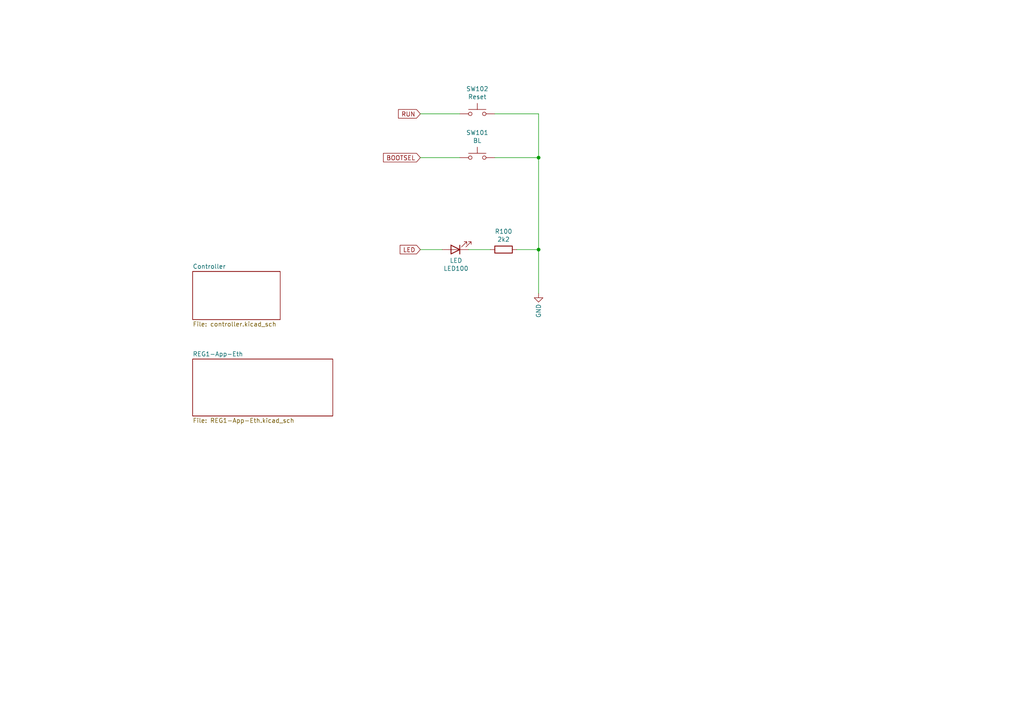
<source format=kicad_sch>
(kicad_sch (version 20231120) (generator "eeschema") (generator_version "8.0")
  (paper "A4")
  (title_block (title "REG1-IpController2040") (date "2023-11-13") (rev "V01.00") (company "OpenKNX") (comment 1 "by Ing-Dom <dom@ing-dom.de>") (comment 2 "OpenKNX Open Hardware under CC BY-NC-SA 4.0") (comment 3 "REG1-Controller with Ethernet connectivity") (comment 4 "https://OpenKNX.de"))
  (lib_symbols
    (symbol "Device:LED" (pin_numbers hide) (pin_names (offset 1.016) hide)
      (property "Reference" "D" (at 0 2.54 0))
      (property "Value" "LED" (at 0 -2.54 0))
      (symbol "LED_0_1"
        (polyline (pts (xy -1.27 -1.27) (xy -1.27 1.27)) (stroke (width 0.254)))
        (polyline (pts (xy -1.27 0) (xy 1.27 0)))
        (polyline (pts (xy 1.27 -1.27) (xy 1.27 1.27) (xy -1.27 0) (xy 1.27 -1.27)) (stroke (width 0.254)))
        (polyline (pts (xy -3.048 -0.762) (xy -4.572 -2.286) (xy -3.81 -2.286) (xy -4.572 -2.286) (xy -4.572 -1.524)))
        (polyline (pts (xy -1.778 -0.762) (xy -3.302 -2.286) (xy -2.54 -2.286) (xy -3.302 -2.286) (xy -3.302 -1.524)))
      )
      (symbol "LED_1_1"
        (pin passive line (at -3.81 0 0) (length 2.54) (name "K") (number "1"))
        (pin passive line (at 3.81 0 180) (length 2.54) (name "A") (number "2"))
      )
    )
    (symbol "Device:R" (pin_numbers hide) (pin_names (offset 0))
      (property "Reference" "R" (at 2.032 0 90))
      (property "Value" "R" (at 0 0 90))
      (symbol "R_0_1"
        (rectangle (start -1.016 -2.54) (end 1.016 2.54) (stroke (width 0.254)))
      )
      (symbol "R_1_1"
        (pin passive line (at 0 3.81 270) (length 1.27) (name "~") (number "1"))
        (pin passive line (at 0 -3.81 90) (length 1.27) (name "~") (number "2"))
      )
    )
    (symbol "Switch:SW_Push" (pin_numbers hide) (pin_names (offset 1.016) hide)
      (property "Reference" "SW" (at 1.27 2.54 0))
      (property "Value" "SW_Push" (at 0 -1.524 0))
      (symbol "SW_Push_0_1"
        (circle (center -2.032 0) (radius 0.508))
        (polyline (pts (xy 0 1.27) (xy 0 3.048)))
        (polyline (pts (xy 2.54 1.27) (xy -2.54 1.27)))
        (circle (center 2.032 0) (radius 0.508))
        (pin passive line (at -5.08 0 0) (length 2.54) (name "1") (number "1"))
        (pin passive line (at 5.08 0 180) (length 2.54) (name "2") (number "2"))
      )
    )
    (symbol "power:GND" (power) (pin_names (offset 0))
      (property "Value" "GND" (at 0 -3.81 0))
      (symbol "GND_0_1"
        (polyline (pts (xy 0 0) (xy 0 -1.27) (xy 1.27 -1.27) (xy 0 -2.54) (xy -1.27 -1.27) (xy 0 -1.27)))
      )
      (symbol "GND_1_1"
        (pin power_in line (at 0 0 270) (length 0) hide (name "GND") (number "1"))
      )
    )
  )
  (junction (at 156.21 45.72))
  (junction (at 156.21 72.39))
  (wire (pts (xy 142.24 72.39) (xy 135.89 72.39)))
  (wire (pts (xy 156.21 45.72) (xy 156.21 72.39)))
  (wire (pts (xy 156.21 72.39) (xy 156.21 85.09)))
  (wire (pts (xy 143.51 45.72) (xy 156.21 45.72)))
  (wire (pts (xy 121.92 72.39) (xy 128.27 72.39)))
  (wire (pts (xy 143.51 33.02) (xy 156.21 33.02)))
  (wire (pts (xy 156.21 33.02) (xy 156.21 45.72)))
  (wire (pts (xy 156.21 72.39) (xy 149.86 72.39)))
  (wire (pts (xy 121.92 33.02) (xy 133.35 33.02)))
  (wire (pts (xy 121.92 45.72) (xy 133.35 45.72)))
  (global_label "RUN" (shape input) (at 121.92 33.02 180) (property "Intersheetrefs" "${INTERSHEET_REFS}" (effects (hide yes))))
  (global_label "LED" (shape input) (at 121.92 72.39 180) (property "Intersheetrefs" "${INTERSHEET_REFS}" (effects (hide yes))))
  (global_label "BOOTSEL" (shape input) (at 121.92 45.72 180) (property "Intersheetrefs" "${INTERSHEET_REFS}" (effects (hide yes))))
  (symbol (lib_id "Switch:SW_Push") (at 138.43 45.72 0) (unit 1)
    (property "Reference" "SW101" (at 138.43 38.481 0))
    (property "Value" "BL" (at 138.43 40.7924 0))
    (property "Footprint" "EasyEDAModLib:C455282_SW-SMD_4P-L4.2-W3.3-P2.15-LS5.1_Handsolder" (effects (hide yes)))
  )
  (symbol (lib_id "Device:LED") (at 132.08 72.39 180) (unit 1)
    (property "Reference" "LED100" (at 132.2578 77.8764 0))
    (property "Value" "LED" (at 132.2578 75.565 0))
    (property "Footprint" "Diode_SMD:D_0603_1608Metric" (effects (hide yes)))
  )
  (symbol (lib_id "Device:R") (at 146.05 72.39 270) (unit 1)
    (property "Reference" "R100" (at 146.05 67.1322 90))
    (property "Value" "2k2" (at 146.05 69.4436 90))
    (property "Footprint" "Resistor_SMD:R_0402_1005Metric" (effects (hide yes)))
  )
  (symbol (lib_id "power:GND") (at 156.21 85.09 0) (unit 1)
    (property "Reference" "#PWR0110" (effects (hide yes)))
    (property "Value" "GND" (at 156.21 90.17 90))
  )
  (symbol (lib_id "Switch:SW_Push") (at 138.43 33.02 0) (unit 1)
    (property "Reference" "SW102" (at 138.43 25.781 0))
    (property "Value" "Reset" (at 138.43 28.0924 0))
    (property "Footprint" "EasyEDAModLib:C455282_SW-SMD_4P-L4.2-W3.3-P2.15-LS5.1_Handsolder" (effects (hide yes)))
  )
  (sheet (at 55.88 78.74) (size 25.4 13.97)
    (property "Sheetname" "Controller" (at 55.88 78.0284 0) (effects (justify left bottom)))
    (property "Sheetfile" "controller.kicad_sch" (at 55.88 93.2946 0) (effects (justify left top)))
  )
  (sheet (at 55.88 104.14) (size 40.64 16.51)
    (property "Sheetname" "REG1-App-Eth" (at 55.88 103.4284 0) (effects (justify left bottom)))
    (property "Sheetfile" "REG1-App-Eth.kicad_sch" (at 55.88 121.2346 0) (effects (justify left top)))
  )
)
</source>
